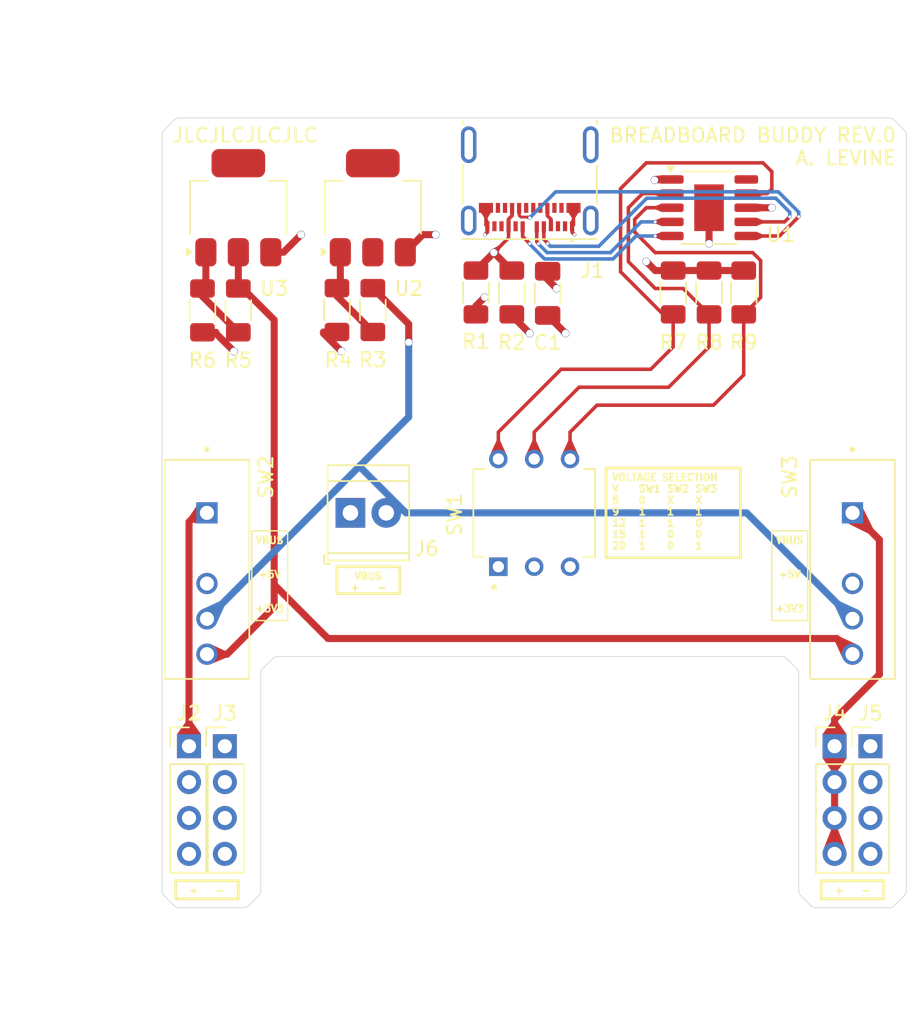
<source format=kicad_pcb>
(kicad_pcb (version 20240108) (generator "pcbnew") (generator_version "8.0")
  (title_block (title "USB-C PD POWER SUPPLY BREADBOARD") (rev "0") (company "AL"))
  (layers (0 "F.Cu" signal) (1 "In1.Cu" signal) (2 "In2.Cu" signal) (31 "B.Cu" signal) (34 "B.Paste" user) (35 "F.Paste" user) (36 "B.SilkS" user "B.Silkscreen") (37 "F.SilkS" user "F.Silkscreen") (38 "B.Mask" user) (39 "F.Mask" user) (44 "Edge.Cuts" user))
  (net 0 "")
  (net 1 "VDD")
  (net 2 "GND")
  (net 5 "VBUS")
  (net 6 "DM")
  (net 7 "DP")
  (net 13 "CC2")
  (net 17 "CC1")
  (net 22 "Net-(J2-Pin_1)")
  (net 23 "Net-(J4-Pin_1)")
  (net 24 "Net-(U1-VBUS)")
  (net 25 "Net-(U2-ADJ)")
  (net 26 "+5V")
  (net 27 "Net-(U3-ADJ)")
  (net 28 "+3V3")
  (net 29 "CFG1")
  (net 30 "CFG2")
  (net 31 "CFG3")
  (footprint "Resistor_SMD:R_1206_3216Metric_Pad1.30x1.75mm_HandSolder" (layer "F.Cu") (at 139.3825 75.845 90)
    (property "Reference" "R8" (at -3.53 0 0) (layer "F.SilkS"))
    (property "Value" "10kΩ")
    (fp_line (start -0.727064 -0.91) (end 0.727064 -0.91) (stroke (width 0.12)) (layer "F.SilkS"))
    (fp_line (start -0.727064 0.91) (end 0.727064 0.91) (stroke (width 0.12)) (layer "F.SilkS"))
    (pad "1" smd roundrect (at -1.55 0 90) (size 1.3 1.75) (layers "F.Cu" "F.Paste" "F.Mask") (roundrect_rratio 0.192308) (net 30 "CFG2"))
    (pad "2" smd roundrect (at 1.55 0 90) (size 1.3 1.75) (layers "F.Cu" "F.Paste" "F.Mask") (roundrect_rratio 0.192308) (net 1 "VDD"))
  )
  (footprint "Connector_USB:USB_C_Receptacle_Molex_105450-0101" (layer "F.Cu") (at 126.6825 67.945 180)
    (property "Reference" "J1" (at -4.445 -6.35 0) (layer "F.SilkS"))
    (property "Value" "USB_C_Receptacle")
    (fp_line (start 4.75 4.225) (end 4.75 4) (stroke (width 0.12)) (layer "F.SilkS"))
    (fp_line (start 4.75 1.125) (end 4.75 -1.6) (stroke (width 0.12)) (layer "F.SilkS"))
    (fp_line (start -3.125 -4.275) (end -2.9 -4.275) (stroke (width 0.12)) (layer "F.SilkS"))
    (fp_line (start -4.75 4.235) (end -4.75 4.025) (stroke (width 0.12)) (layer "F.SilkS"))
    (fp_line (start -4.75 -1.625) (end -4.75 1.075) (stroke (width 0.12)) (layer "F.SilkS"))
    (fp_line (start -4.75 -4.125) (end 4.75 -4.125) (stroke (width 0.12)) (layer "F.SilkS"))
    (pad "A1" smd rect (at -3 -3.215 180) (size 0.3 0.7) (layers "F.Cu" "F.Paste" "F.Mask") (net 2 "GND"))
    (pad "A2" smd rect (at -2.5 -3.215 180) (size 0.3 0.7) (layers "F.Cu" "F.Paste" "F.Mask"))
    (pad "A3" smd rect (at -2 -3.215 180) (size 0.3 0.7) (layers "F.Cu" "F.Paste" "F.Mask"))
    (pad "A4" smd rect (at -1.5 -3.215 180) (size 0.3 0.7) (layers "F.Cu" "F.Paste" "F.Mask") (net 5 "VBUS"))
    (pad "A5" smd rect (at -1 -3.215 180) (size 0.3 0.7) (layers "F.Cu" "F.Paste" "F.Mask") (net 17 "CC1"))
    (pad "A6" smd rect (at -0.5 -3.215 180) (size 0.3 0.7) (layers "F.Cu" "F.Paste" "F.Mask") (net 7 "DP"))
    (pad "A7" smd rect (at 0.5 -3.215 180) (size 0.3 0.7) (layers "F.Cu" "F.Paste" "F.Mask") (net 6 "DM"))
    (pad "A8" smd rect (at 1 -3.215 180) (size 0.3 0.7) (layers "F.Cu" "F.Paste" "F.Mask"))
    (pad "A9" smd rect (at 1.5 -3.215 180) (size 0.3 0.7) (layers "F.Cu" "F.Paste" "F.Mask") (net 5 "VBUS"))
    (pad "A10" smd rect (at 2 -3.215 180) (size 0.3 0.7) (layers "F.Cu" "F.Paste" "F.Mask"))
    (pad "A11" smd rect (at 2.5 -3.215 180) (size 0.3 0.7) (layers "F.Cu" "F.Paste" "F.Mask"))
    (pad "A12" smd rect (at 3 -3.215 180) (size 0.3 0.7) (layers "F.Cu" "F.Paste" "F.Mask") (net 2 "GND"))
    (pad "B1" smd rect (at 3.1 -1.915 180) (size 1 0.7) (layers "F.Cu" "F.Paste" "F.Mask") (net 2 "GND"))
    (pad "B2" smd rect (at 2.25 -1.915 180) (size 0.3 0.7) (layers "F.Cu" "F.Paste" "F.Mask"))
    (pad "B3" smd rect (at 1.75 -1.915 180) (size 0.3 0.7) (layers "F.Cu" "F.Paste" "F.Mask"))
    (pad "B4" smd rect (at 1.25 -1.915 180) (size 0.3 0.7) (layers "F.Cu" "F.Paste" "F.Mask") (net 5 "VBUS"))
    (pad "B5" smd rect (at 0.75 -1.915 180) (size 0.3 0.7) (layers "F.Cu" "F.Paste" "F.Mask") (net 13 "CC2"))
    (pad "B6" smd rect (at 0.25 -1.915 180) (size 0.3 0.7) (layers "F.Cu" "F.Paste" "F.Mask"))
    (pad "B7" smd rect (at -0.25 -1.915 180) (size 0.3 0.7) (layers "F.Cu" "F.Paste" "F.Mask"))
    (pad "B8" smd rect (at -0.75 -1.915 180) (size 0.3 0.7) (layers "F.Cu" "F.Paste" "F.Mask"))
    (pad "B9" smd rect (at -1.25 -1.915 180) (size 0.3 0.7) (layers "F.Cu" "F.Paste" "F.Mask") (net 5 "VBUS"))
    (pad "B10" smd rect (at -1.75 -1.915 180) (size 0.3 0.7) (layers "F.Cu" "F.Paste" "F.Mask"))
    (pad "B11" smd rect (at -2.25 -1.915 180) (size 0.3 0.7) (layers "F.Cu" "F.Paste" "F.Mask"))
    (pad "B12" smd rect (at -3.1 -1.915 180) (size 1 0.7) (layers "F.Cu" "F.Paste" "F.Mask") (net 2 "GND"))
    (pad "S1" thru_hole oval (at -4.32 -2.805 180) (size 1.1 2.1) (drill oval 0.6 1.6) (layers "*.Cu" "*.Mask"))
    (pad "S1" thru_hole oval (at -4.32 2.555 180) (size 1.1 2.6) (drill oval 0.6 2.1) (layers "*.Cu" "*.Mask"))
    (pad "S1" thru_hole oval (at 4.32 -2.805 180) (size 1.1 2.1) (drill oval 0.6 1.6) (layers "*.Cu" "*.Mask"))
    (pad "S1" thru_hole oval (at 4.32 2.555 180) (size 1.1 2.6) (drill oval 0.6 2.1) (layers "*.Cu" "*.Mask"))
  )
  (footprint "Resistor_SMD:R_1206_3216Metric_Pad1.30x1.75mm_HandSolder" (layer "F.Cu") (at 113.03 77.09 -90)
    (property "Reference" "R4" (at 3.53 -0.115 180) (layer "F.SilkS"))
    (property "Value" "820Ω")
    (fp_line (start -0.727064 0.91) (end 0.727064 0.91) (stroke (width 0.12)) (layer "F.SilkS"))
    (fp_line (start -0.727064 -0.91) (end 0.727064 -0.91) (stroke (width 0.12)) (layer "F.SilkS"))
    (pad "1" smd roundrect (at -1.55 0 270) (size 1.3 1.75) (layers "F.Cu" "F.Paste" "F.Mask") (roundrect_rratio 0.192308) (net 25 "Net-(U2-ADJ)"))
    (pad "2" smd roundrect (at 1.55 0 270) (size 1.3 1.75) (layers "F.Cu" "F.Paste" "F.Mask") (roundrect_rratio 0.192308) (net 2 "GND"))
  )
  (footprint "Resistor_SMD:R_1206_3216Metric_Pad1.30x1.75mm_HandSolder" (layer "F.Cu") (at 141.8375 75.845 90)
    (property "Reference" "R9" (at -3.53 0 0) (layer "F.SilkS"))
    (property "Value" "10kΩ")
    (fp_line (start -0.727064 -0.91) (end 0.727064 -0.91) (stroke (width 0.12)) (layer "F.SilkS"))
    (fp_line (start -0.727064 0.91) (end 0.727064 0.91) (stroke (width 0.12)) (layer "F.SilkS"))
    (pad "1" smd roundrect (at -1.55 0 90) (size 1.3 1.75) (layers "F.Cu" "F.Paste" "F.Mask") (roundrect_rratio 0.192308) (net 31 "CFG3"))
    (pad "2" smd roundrect (at 1.55 0 90) (size 1.3 1.75) (layers "F.Cu" "F.Paste" "F.Mask") (roundrect_rratio 0.192308) (net 1 "VDD"))
  )
  (footprint "Connector_PinHeader_2.54mm:PinHeader_1x04_P2.54mm_Vertical" (layer "F.Cu") (at 105.0925 107.95)
    (property "Reference" "J3" (at 0 -2.33 0) (layer "F.SilkS"))
    (property "Value" "Conn_01x04" (hide yes))
    (fp_line (start -1.33 -1.33) (end 0 -1.33) (stroke (width 0.12)) (layer "F.SilkS"))
    (fp_line (start -1.33 0) (end -1.33 -1.33) (stroke (width 0.12)) (layer "F.SilkS"))
    (fp_line (start -1.33 1.27) (end -1.33 8.95) (stroke (width 0.12)) (layer "F.SilkS"))
    (fp_line (start -1.33 1.27) (end 1.33 1.27) (stroke (width 0.12)) (layer "F.SilkS"))
    (fp_line (start -1.33 8.95) (end 1.33 8.95) (stroke (width 0.12)) (layer "F.SilkS"))
    (fp_line (start 1.33 1.27) (end 1.33 8.95) (stroke (width 0.12)) (layer "F.SilkS"))
    (pad "1" thru_hole rect (at 0 0) (size 1.7 1.7) (drill 1) (layers "*.Cu" "*.Mask") (net 2 "GND"))
    (pad "2" thru_hole oval (at 0 2.54) (size 1.7 1.7) (drill 1) (layers "*.Cu" "*.Mask") (net 2 "GND"))
    (pad "3" thru_hole oval (at 0 5.08) (size 1.7 1.7) (drill 1) (layers "*.Cu" "*.Mask") (net 2 "GND"))
    (pad "4" thru_hole oval (at 0 7.62) (size 1.7 1.7) (drill 1) (layers "*.Cu" "*.Mask") (net 2 "GND"))
  )
  (footprint "Resistor_SMD:R_1206_3216Metric_Pad1.30x1.75mm_HandSolder" (layer "F.Cu") (at 136.8425 75.845 90)
    (property "Reference" "R7" (at -3.53 0 0) (layer "F.SilkS"))
    (property "Value" "10kΩ")
    (fp_line (start -0.727064 -0.91) (end 0.727064 -0.91) (stroke (width 0.12)) (layer "F.SilkS"))
    (fp_line (start -0.727064 0.91) (end 0.727064 0.91) (stroke (width 0.12)) (layer "F.SilkS"))
    (pad "1" smd roundrect (at -1.55 0 90) (size 1.3 1.75) (layers "F.Cu" "F.Paste" "F.Mask") (roundrect_rratio 0.192308) (net 29 "CFG1"))
    (pad "2" smd roundrect (at 1.55 0 90) (size 1.3 1.75) (layers "F.Cu" "F.Paste" "F.Mask") (roundrect_rratio 0.192308) (net 1 "VDD"))
  )
  (footprint "Package_TO_SOT_SMD:SOT-223-3_TabPin2" (layer "F.Cu") (at 115.57 69.85 90)
    (property "Reference" "U2" (at -5.715 2.54 180) (layer "F.SilkS"))
    (property "Value" "LM317_SOT-223")
    (fp_line (start 1.91 -3.41) (end 1.91 -2.15) (stroke (width 0.12)) (layer "F.SilkS"))
    (fp_line (start -1.85 -3.41) (end 1.91 -3.41) (stroke (width 0.12)) (layer "F.SilkS"))
    (fp_line (start 1.91 3.41) (end 1.91 2.15) (stroke (width 0.12)) (layer "F.SilkS"))
    (fp_line (start -1.85 3.41) (end 1.91 3.41) (stroke (width 0.12)) (layer "F.SilkS"))
    (fp_poly (pts (xy -3.13 -3.31) (xy -3.37 -3.64) (xy -2.89 -3.64) (xy -3.13 -3.31)) (stroke (width 0.12)) (fill solid) (layer "F.SilkS"))
    (pad "1" smd roundrect (at -3.15 -2.3 90) (size 2 1.5) (layers "F.Cu" "F.Paste" "F.Mask") (net 25 "Net-(U2-ADJ)"))
    (pad "2" smd roundrect (at -3.15 0 90) (size 2 1.5) (layers "F.Cu" "F.Paste" "F.Mask") (net 26 "+5V"))
    (pad "2" smd roundrect (at 3.15 0 90) (size 2 3.8) (layers "F.Cu" "F.Paste" "F.Mask") (net 26 "+5V"))
    (pad "3" smd roundrect (at -3.15 2.3 90) (size 2 1.5) (layers "F.Cu" "F.Paste" "F.Mask") (net 5 "VBUS"))
  )
  (footprint "Connector_PinHeader_2.54mm:PinHeader_1x04_P2.54mm_Vertical" (layer "F.Cu") (at 150.8125 107.95)
    (property "Reference" "J5" (at 0 -2.33 0) (layer "F.SilkS"))
    (property "Value" "Conn_01x04" (hide yes))
    (fp_line (start -1.33 -1.33) (end 0 -1.33) (stroke (width 0.12)) (layer "F.SilkS"))
    (fp_line (start -1.33 0) (end -1.33 -1.33) (stroke (width 0.12)) (layer "F.SilkS"))
    (fp_line (start -1.33 1.27) (end -1.33 8.95) (stroke (width 0.12)) (layer "F.SilkS"))
    (fp_line (start -1.33 1.27) (end 1.33 1.27) (stroke (width 0.12)) (layer "F.SilkS"))
    (fp_line (start -1.33 8.95) (end 1.33 8.95) (stroke (width 0.12)) (layer "F.SilkS"))
    (fp_line (start 1.33 1.27) (end 1.33 8.95) (stroke (width 0.12)) (layer "F.SilkS"))
    (pad "1" thru_hole rect (at 0 0) (size 1.7 1.7) (drill 1) (layers "*.Cu" "*.Mask") (net 2 "GND"))
    (pad "2" thru_hole oval (at 0 2.54) (size 1.7 1.7) (drill 1) (layers "*.Cu" "*.Mask") (net 2 "GND"))
    (pad "3" thru_hole oval (at 0 5.08) (size 1.7 1.7) (drill 1) (layers "*.Cu" "*.Mask") (net 2 "GND"))
    (pad "4" thru_hole oval (at 0 7.62) (size 1.7 1.7) (drill 1) (layers "*.Cu" "*.Mask") (net 2 "GND"))
  )
  (footprint "Capacitor_SMD:C_1206_3216Metric_Pad1.33x1.80mm_HandSolder" (layer "F.Cu") (at 127.9525 75.9075 -90)
    (property "Reference" "C1" (at 3.4675 0 180) (layer "F.SilkS"))
    (property "Value" "1μF")
    (fp_line (start -0.711252 0.91) (end 0.711252 0.91) (stroke (width 0.12)) (layer "F.SilkS"))
    (fp_line (start -0.711252 -0.91) (end 0.711252 -0.91) (stroke (width 0.12)) (layer "F.SilkS"))
    (pad "1" smd roundrect (at -1.5625 0 270) (size 1.325 1.8) (layers "F.Cu" "F.Paste" "F.Mask") (roundrect_rratio 0.188679) (net 1 "VDD"))
    (pad "2" smd roundrect (at 1.5625 0 270) (size 1.325 1.8) (layers "F.Cu" "F.Paste" "F.Mask") (roundrect_rratio 0.188679) (net 2 "GND"))
  )
  (footprint "TerminalBlock_TE-Connectivity:TerminalBlock_TE_282834-2_1x02_P2.54mm_Horizontal" (layer "F.Cu") (at 113.9825 91.44)
    (property "Reference" "J6" (at 5.3975 2.54 0) (layer "F.SilkS"))
    (property "Value" "Screw_Terminal_01x02")
    (fp_line (start -1.86 2.97) (end -1.86 3.61) (stroke (width 0.12)) (layer "F.SilkS"))
    (fp_line (start -1.86 3.61) (end -1.46 3.61) (stroke (width 0.12)) (layer "F.SilkS"))
    (fp_line (start -1.62 -3.37) (end -1.62 3.37) (stroke (width 0.12)) (layer "F.SilkS"))
    (fp_line (start -1.62 -3.37) (end 4.16 -3.37) (stroke (width 0.12)) (layer "F.SilkS"))
    (fp_line (start -1.62 -2.25) (end 4.16 -2.25) (stroke (width 0.12)) (layer "F.SilkS"))
    (fp_line (start -1.62 2.85) (end 4.16 2.85) (stroke (width 0.12)) (layer "F.SilkS"))
    (fp_line (start -1.62 3.37) (end 4.16 3.37) (stroke (width 0.12)) (layer "F.SilkS"))
    (fp_line (start 4.16 -3.37) (end 4.16 3.37) (stroke (width 0.12)) (layer "F.SilkS"))
    (pad "1" thru_hole rect (at 0 0) (size 2.1 2.1) (drill 1.1) (layers "*.Cu" "*.Mask") (net 5 "VBUS"))
    (pad "2" thru_hole circle (at 2.54 0) (size 2.1 2.1) (drill 1.1) (layers "*.Cu" "*.Mask") (net 2 "GND"))
  )
  (footprint "Resistor_SMD:R_1206_3216Metric_Pad1.30x1.75mm_HandSolder" (layer "F.Cu") (at 106.045 77.115 -90)
    (property "Reference" "R5" (at 3.53 0 180) (layer "F.SilkS"))
    (property "Value" "330Ω")
    (fp_line (start -0.727064 0.91) (end 0.727064 0.91) (stroke (width 0.12)) (layer "F.SilkS"))
    (fp_line (start -0.727064 -0.91) (end 0.727064 -0.91) (stroke (width 0.12)) (layer "F.SilkS"))
    (pad "1" smd roundrect (at -1.55 0 270) (size 1.3 1.75) (layers "F.Cu" "F.Paste" "F.Mask") (roundrect_rratio 0.192308) (net 28 "+3V3"))
    (pad "2" smd roundrect (at 1.55 0 270) (size 1.3 1.75) (layers "F.Cu" "F.Paste" "F.Mask") (roundrect_rratio 0.192308) (net 27 "Net-(U3-ADJ)"))
  )
  (footprint "Connector_PinHeader_2.54mm:PinHeader_1x04_P2.54mm_Vertical" (layer "F.Cu") (at 102.5525 107.95)
    (property "Reference" "J2" (at 0 -2.33 0) (layer "F.SilkS"))
    (property "Value" "Conn_01x04" (hide yes))
    (fp_line (start -1.33 -1.33) (end 0 -1.33) (stroke (width 0.12)) (layer "F.SilkS"))
    (fp_line (start -1.33 0) (end -1.33 -1.33) (stroke (width 0.12)) (layer "F.SilkS"))
    (fp_line (start -1.33 1.27) (end -1.33 8.95) (stroke (width 0.12)) (layer "F.SilkS"))
    (fp_line (start -1.33 1.27) (end 1.33 1.27) (stroke (width 0.12)) (layer "F.SilkS"))
    (fp_line (start -1.33 8.95) (end 1.33 8.95) (stroke (width 0.12)) (layer "F.SilkS"))
    (fp_line (start 1.33 1.27) (end 1.33 8.95) (stroke (width 0.12)) (layer "F.SilkS"))
    (pad "1" thru_hole rect (at 0 0) (size 1.7 1.7) (drill 1) (layers "*.Cu" "*.Mask") (net 22 "Net-(J2-Pin_1)"))
    (pad "2" thru_hole oval (at 0 2.54) (size 1.7 1.7) (drill 1) (layers "*.Cu" "*.Mask") (net 22 "Net-(J2-Pin_1)"))
    (pad "3" thru_hole oval (at 0 5.08) (size 1.7 1.7) (drill 1) (layers "*.Cu" "*.Mask") (net 22 "Net-(J2-Pin_1)"))
    (pad "4" thru_hole oval (at 0 7.62) (size 1.7 1.7) (drill 1) (layers "*.Cu" "*.Mask") (net 22 "Net-(J2-Pin_1)"))
  )
  (footprint "Resistor_SMD:R_1206_3216Metric_Pad1.30x1.75mm_HandSolder" (layer "F.Cu") (at 103.505 77.115 -90)
    (property "Reference" "R6" (at 3.53 0 180) (layer "F.SilkS"))
    (property "Value" "560Ω")
    (fp_line (start -0.727064 0.91) (end 0.727064 0.91) (stroke (width 0.12)) (layer "F.SilkS"))
    (fp_line (start -0.727064 -0.91) (end 0.727064 -0.91) (stroke (width 0.12)) (layer "F.SilkS"))
    (pad "1" smd roundrect (at -1.55 0 270) (size 1.3 1.75) (layers "F.Cu" "F.Paste" "F.Mask") (roundrect_rratio 0.192308) (net 27 "Net-(U3-ADJ)"))
    (pad "2" smd roundrect (at 1.55 0 270) (size 1.3 1.75) (layers "F.Cu" "F.Paste" "F.Mask") (roundrect_rratio 0.192308) (net 2 "GND"))
  )
  (footprint "Library:SW_OS103012MU2QP1" (layer "F.Cu") (at 103.8225 96.44 -90)
    (property "Reference" "SW2" (at -7.54 -4.175 90) (layer "F.SilkS"))
    (property "Value" "OS103012MU2QP1")
    (fp_line (start -8.75 3) (end -8.75 -3) (stroke (width 0.127)) (layer "F.SilkS"))
    (fp_line (start 6.75 3) (end -8.75 3) (stroke (width 0.127)) (layer "F.SilkS"))
    (fp_line (start -8.75 -3) (end 6.75 -3) (stroke (width 0.127)) (layer "F.SilkS"))
    (fp_line (start 6.75 -3) (end 6.75 3) (stroke (width 0.127)) (layer "F.SilkS"))
    (fp_circle (center -9.5 0) (end -9.4 0) (stroke (width 0.2)) (fill none) (layer "F.SilkS"))
    (pad "1" thru_hole rect (at -5 0 270) (size 1.508 1.508) (drill 1) (layers "*.Cu" "*.Mask") (net 22 "Net-(J2-Pin_1)"))
    (pad "2" thru_hole circle (at 0 0 270) (size 1.508 1.508) (drill 1) (layers "*.Cu" "*.Mask") (net 5 "VBUS"))
    (pad "3" thru_hole circle (at 2.5 0 270) (size 1.508 1.508) (drill 1) (layers "*.Cu" "*.Mask") (net 26 "+5V"))
    (pad "4" thru_hole circle (at 5 0 270) (size 1.508 1.508) (drill 1) (layers "*.Cu" "*.Mask") (net 28 "+3V3"))
  )
  (footprint "Package_SO:SSOP-10-1EP_3.9x4.9mm_P1mm_EP2.1x3.3mm" (layer "F.Cu") (at 139.3825 69.85)
    (property "Reference" "U1" (at 5.08 1.905 0) (layer "F.SilkS"))
    (property "Value" "CH224K")
    (fp_line (start 0 -2.56) (end -1.95 -2.56) (stroke (width 0.12)) (layer "F.SilkS"))
    (fp_line (start 0 -2.56) (end 1.95 -2.56) (stroke (width 0.12)) (layer "F.SilkS"))
    (fp_line (start 0 2.56) (end -1.95 2.56) (stroke (width 0.12)) (layer "F.SilkS"))
    (fp_line (start 0 2.56) (end 1.95 2.56) (stroke (width 0.12)) (layer "F.SilkS"))
    (fp_poly (pts (xy -2.7125 -2.56) (xy -2.9525 -2.89) (xy -2.4725 -2.89) (xy -2.7125 -2.56)) (stroke (width 0.12)) (fill solid) (layer "F.SilkS"))
    (pad "1" smd roundrect (at -2.6375 -2) (size 1.675 0.6) (layers "F.Cu" "F.Paste" "F.Mask") (net 1 "VDD"))
    (pad "2" smd roundrect (at -2.6375 -1) (size 1.675 0.6) (layers "F.Cu" "F.Paste" "F.Mask") (net 30 "CFG2"))
    (pad "3" smd roundrect (at -2.6375 0) (size 1.675 0.6) (layers "F.Cu" "F.Paste" "F.Mask") (net 31 "CFG3"))
    (pad "4" smd roundrect (at -2.6375 1) (size 1.675 0.6) (layers "F.Cu" "F.Paste" "F.Mask") (net 7 "DP"))
    (pad "5" smd roundrect (at -2.6375 2) (size 1.675 0.6) (layers "F.Cu" "F.Paste" "F.Mask") (net 6 "DM"))
    (pad "6" smd roundrect (at 2.6375 2) (size 1.675 0.6) (layers "F.Cu" "F.Paste" "F.Mask") (net 13 "CC2"))
    (pad "7" smd roundrect (at 2.6375 1) (size 1.675 0.6) (layers "F.Cu" "F.Paste" "F.Mask") (net 17 "CC1"))
    (pad "8" smd roundrect (at 2.6375 0) (size 1.675 0.6) (layers "F.Cu" "F.Paste" "F.Mask") (net 24 "Net-(U1-VBUS)"))
    (pad "9" smd roundrect (at 2.6375 -1) (size 1.675 0.6) (layers "F.Cu" "F.Paste" "F.Mask") (net 29 "CFG1"))
    (pad "10" smd roundrect (at 2.6375 -2) (size 1.675 0.6) (layers "F.Cu" "F.Paste" "F.Mask"))
    (pad "11" smd rect (at 0 0) (size 2.1 3.3) (property pad_prop_heatsink) (layers "F.Cu" "F.Mask") (net 2 "GND"))
  )
  (footprint "Connector_PinHeader_2.54mm:PinHeader_1x04_P2.54mm_Vertical" (layer "F.Cu") (at 148.2725 107.95)
    (property "Reference" "J4" (at 0 -2.33 0) (layer "F.SilkS"))
    (property "Value" "Conn_01x04" (hide yes))
    (fp_line (start -1.33 -1.33) (end 0 -1.33) (stroke (width 0.12)) (layer "F.SilkS"))
    (fp_line (start -1.33 0) (end -1.33 -1.33) (stroke (width 0.12)) (layer "F.SilkS"))
    (fp_line (start -1.33 1.27) (end -1.33 8.95) (stroke (width 0.12)) (layer "F.SilkS"))
    (fp_line (start -1.33 1.27) (end 1.33 1.27) (stroke (width 0.12)) (layer "F.SilkS"))
    (fp_line (start -1.33 8.95) (end 1.33 8.95) (stroke (width 0.12)) (layer "F.SilkS"))
    (fp_line (start 1.33 1.27) (end 1.33 8.95) (stroke (width 0.12)) (layer "F.SilkS"))
    (pad "1" thru_hole rect (at 0 0) (size 1.7 1.7) (drill 1) (layers "*.Cu" "*.Mask") (net 23 "Net-(J4-Pin_1)"))
    (pad "2" thru_hole oval (at 0 2.54) (size 1.7 1.7) (drill 1) (layers "*.Cu" "*.Mask") (net 23 "Net-(J4-Pin_1)"))
    (pad "3" thru_hole oval (at 0 5.08) (size 1.7 1.7) (drill 1) (layers "*.Cu" "*.Mask") (net 23 "Net-(J4-Pin_1)"))
    (pad "4" thru_hole oval (at 0 7.62) (size 1.7 1.7) (drill 1) (layers "*.Cu" "*.Mask") (net 23 "Net-(J4-Pin_1)"))
  )
  (footprint "Library:SW_DS04-254-1L-03BK" (layer "F.Cu") (at 127 91.44 90)
    (property "Reference" "SW1" (at -0.125 -5.635 90) (layer "F.SilkS"))
    (property "Value" "SW_DIP_x03")
    (fp_line (start 3.1 -4.31) (end -3.1 -4.31) (stroke (width 0.127)) (layer "F.SilkS"))
    (fp_line (start -3.1 -4.31) (end -3.1 -3.52) (stroke (width 0.127)) (layer "F.SilkS"))
    (fp_line (start 3.1 -3.52) (end 3.1 -4.31) (stroke (width 0.127)) (layer "F.SilkS"))
    (fp_line (start -3.1 3.52) (end -3.1 4.31) (stroke (width 0.127)) (layer "F.SilkS"))
    (fp_line (start 3.1 4.31) (end 3.1 3.52) (stroke (width 0.127)) (layer "F.SilkS"))
    (fp_line (start -3.1 4.31) (end 3.1 4.31) (stroke (width 0.127)) (layer "F.SilkS"))
    (fp_circle (center -5.25 -2.85) (end -5.15 -2.85) (stroke (width 0.2)) (fill none) (layer "F.SilkS"))
    (pad "1" thru_hole rect (at -3.81 -2.54 90) (size 1.308 1.308) (drill 0.8) (layers "*.Cu" "*.Mask") (net 2 "GND"))
    (pad "2" thru_hole circle (at -3.81 0 90) (size 1.308 1.308) (drill 0.8) (layers "*.Cu" "*.Mask") (net 2 "GND"))
    (pad "3" thru_hole circle (at -3.81 2.54 90) (size 1.308 1.308) (drill 0.8) (layers "*.Cu" "*.Mask") (net 2 "GND"))
    (pad "4" thru_hole circle (at 3.81 2.54 90) (size 1.308 1.308) (drill 0.8) (layers "*.Cu" "*.Mask") (net 31 "CFG3"))
    (pad "5" thru_hole circle (at 3.81 0 90) (size 1.308 1.308) (drill 0.8) (layers "*.Cu" "*.Mask") (net 30 "CFG2"))
    (pad "6" thru_hole circle (at 3.81 -2.54 90) (size 1.308 1.308) (drill 0.8) (layers "*.Cu" "*.Mask") (net 29 "CFG1"))
  )
  (footprint "Resistor_SMD:R_1206_3216Metric_Pad1.30x1.75mm_HandSolder" (layer "F.Cu") (at 115.57 77.09 -90)
    (property "Reference" "R3" (at 3.53 0 180) (layer "F.SilkS"))
    (property "Value" "270Ω")
    (fp_line (start -0.727064 0.91) (end 0.727064 0.91) (stroke (width 0.12)) (layer "F.SilkS"))
    (fp_line (start -0.727064 -0.91) (end 0.727064 -0.91) (stroke (width 0.12)) (layer "F.SilkS"))
    (pad "1" smd roundrect (at -1.55 0 270) (size 1.3 1.75) (layers "F.Cu" "F.Paste" "F.Mask") (roundrect_rratio 0.192308) (net 26 "+5V"))
    (pad "2" smd roundrect (at 1.55 0 270) (size 1.3 1.75) (layers "F.Cu" "F.Paste" "F.Mask") (roundrect_rratio 0.192308) (net 25 "Net-(U2-ADJ)"))
  )
  (footprint "Resistor_SMD:R_1206_3216Metric_Pad1.30x1.75mm_HandSolder" (layer "F.Cu") (at 122.8725 75.845 -90)
    (property "Reference" "R1" (at 3.455 0 180) (layer "F.SilkS"))
    (property "Value" "1kΩ")
    (fp_line (start -0.727064 0.91) (end 0.727064 0.91) (stroke (width 0.12)) (layer "F.SilkS"))
    (fp_line (start -0.727064 -0.91) (end 0.727064 -0.91) (stroke (width 0.12)) (layer "F.SilkS"))
    (pad "1" smd roundrect (at -1.55 0 270) (size 1.3 1.75) (layers "F.Cu" "F.Paste" "F.Mask") (roundrect_rratio 0.192308) (net 5 "VBUS"))
    (pad "2" smd roundrect (at 1.55 0 270) (size 1.3 1.75) (layers "F.Cu" "F.Paste" "F.Mask") (roundrect_rratio 0.192308) (net 1 "VDD"))
  )
  (footprint "Package_TO_SOT_SMD:SOT-223-3_TabPin2" (layer "F.Cu") (at 106.045 69.85 90)
    (property "Reference" "U3" (at -5.715 2.54 180) (layer "F.SilkS"))
    (property "Value" "LM317_SOT-223")
    (fp_line (start 1.91 -3.41) (end 1.91 -2.15) (stroke (width 0.12)) (layer "F.SilkS"))
    (fp_line (start -1.85 -3.41) (end 1.91 -3.41) (stroke (width 0.12)) (layer "F.SilkS"))
    (fp_line (start 1.91 3.41) (end 1.91 2.15) (stroke (width 0.12)) (layer "F.SilkS"))
    (fp_line (start -1.85 3.41) (end 1.91 3.41) (stroke (width 0.12)) (layer "F.SilkS"))
    (fp_poly (pts (xy -3.13 -3.31) (xy -3.37 -3.64) (xy -2.89 -3.64) (xy -3.13 -3.31)) (stroke (width 0.12)) (fill solid) (layer "F.SilkS"))
    (pad "1" smd roundrect (at -3.15 -2.3 90) (size 2 1.5) (layers "F.Cu" "F.Paste" "F.Mask") (net 27 "Net-(U3-ADJ)"))
    (pad "2" smd roundrect (at -3.15 0 90) (size 2 1.5) (layers "F.Cu" "F.Paste" "F.Mask") (net 28 "+3V3"))
    (pad "2" smd roundrect (at 3.15 0 90) (size 2 3.8) (layers "F.Cu" "F.Paste" "F.Mask") (net 28 "+3V3"))
    (pad "3" smd roundrect (at -3.15 2.3 90) (size 2 1.5) (layers "F.Cu" "F.Paste" "F.Mask") (net 5 "VBUS"))
  )
  (footprint "Resistor_SMD:R_1206_3216Metric_Pad1.30x1.75mm_HandSolder" (layer "F.Cu") (at 125.4125 75.845 90)
    (property "Reference" "R2" (at -3.53 0 0) (layer "F.SilkS"))
    (property "Value" "10kΩ")
    (fp_line (start -0.727064 -0.91) (end 0.727064 -0.91) (stroke (width 0.12)) (layer "F.SilkS"))
    (fp_line (start -0.727064 0.91) (end 0.727064 0.91) (stroke (width 0.12)) (layer "F.SilkS"))
    (pad "1" smd roundrect (at -1.55 0 90) (size 1.3 1.75) (layers "F.Cu" "F.Paste" "F.Mask") (roundrect_rratio 0.192308) (net 24 "Net-(U1-VBUS)"))
    (pad "2" smd roundrect (at 1.55 0 90) (size 1.3 1.75) (layers "F.Cu" "F.Paste" "F.Mask") (roundrect_rratio 0.192308) (net 5 "VBUS"))
  )
  (footprint "Library:SW_OS103012MU2QP1" (layer "F.Cu") (at 149.5425 96.44 -90)
    (property "Reference" "SW3" (at -7.54 4.445 90) (layer "F.SilkS"))
    (property "Value" "OS103012MU2QP1")
    (fp_line (start -8.75 3) (end -8.75 -3) (stroke (width 0.127)) (layer "F.SilkS"))
    (fp_line (start 6.75 3) (end -8.75 3) (stroke (width 0.127)) (layer "F.SilkS"))
    (fp_line (start -8.75 -3) (end 6.75 -3) (stroke (width 0.127)) (layer "F.SilkS"))
    (fp_line (start 6.75 -3) (end 6.75 3) (stroke (width 0.127)) (layer "F.SilkS"))
    (fp_circle (center -9.5 0) (end -9.4 0) (stroke (width 0.2)) (fill none) (layer "F.SilkS"))
    (pad "1" thru_hole rect (at -5 0 270) (size 1.508 1.508) (drill 1) (layers "*.Cu" "*.Mask") (net 23 "Net-(J4-Pin_1)"))
    (pad "2" thru_hole circle (at 0 0 270) (size 1.508 1.508) (drill 1) (layers "*.Cu" "*.Mask") (net 5 "VBUS"))
    (pad "3" thru_hole circle (at 2.5 0 270) (size 1.508 1.508) (drill 1) (layers "*.Cu" "*.Mask") (net 26 "+5V"))
    (pad "4" thru_hole circle (at 5 0 270) (size 1.508 1.508) (drill 1) (layers "*.Cu" "*.Mask") (net 28 "+3V3"))
  )
  (gr_arc (start 144.525393 101.6) (mid 144.716737 101.638058) (end 144.878947 101.746447) (stroke (width 0.05)) (layer "Edge.Cuts"))
  (gr_line (start 153.3525 64.707107) (end 153.3525 118.172893) (stroke (width 0.05)) (layer "Edge.Cuts"))
  (gr_line (start 100.793947 118.526447) (end 101.501054 119.233554) (stroke (width 0.05)) (layer "Edge.Cuts"))
  (gr_arc (start 101.854607 119.38) (mid 101.663264 119.341942) (end 101.501054 119.233554) (stroke (width 0.05)) (layer "Edge.Cuts"))
  (gr_arc (start 106.778946 119.233554) (mid 106.616734 119.341938) (end 106.425393 119.38) (stroke (width 0.05)) (layer "Edge.Cuts"))
  (gr_arc (start 152.498946 119.233554) (mid 152.336734 119.341938) (end 152.145393 119.38) (stroke (width 0.05)) (layer "Edge.Cuts"))
  (gr_arc (start 108.486053 101.746447) (mid 108.648265 101.638063) (end 108.839607 101.6) (stroke (width 0.05)) (layer "Edge.Cuts"))
  (gr_arc (start 146.939607 119.38) (mid 146.748264 119.341942) (end 146.586054 119.233554) (stroke (width 0.05)) (layer "Edge.Cuts"))
  (gr_line (start 100.793947 64.353553) (end 101.501054 63.646446) (stroke (width 0.05)) (layer "Edge.Cuts"))
  (gr_line (start 108.486053 101.746447) (end 107.778946 102.453554) (stroke (width 0.05)) (layer "Edge.Cuts"))
  (gr_arc (start 100.6475 64.707107) (mid 100.685558 64.515763) (end 100.793947 64.353553) (stroke (width 0.05)) (layer "Edge.Cuts"))
  (gr_line (start 108.839607 101.6) (end 144.525393 101.6) (stroke (width 0.05)) (layer "Edge.Cuts"))
  (gr_line (start 101.854607 119.38) (end 106.425393 119.38) (stroke (width 0.05)) (layer "Edge.Cuts"))
  (gr_arc (start 153.3525 118.172893) (mid 153.314442 118.364237) (end 153.206053 118.526447) (stroke (width 0.05)) (layer "Edge.Cuts"))
  (gr_line (start 145.7325 102.807107) (end 145.7325 118.172893) (stroke (width 0.05)) (layer "Edge.Cuts"))
  (gr_arc (start 153.206054 64.353554) (mid 153.314438 64.515766) (end 153.3525 64.707107) (stroke (width 0.05)) (layer "Edge.Cuts"))
  (gr_line (start 153.206053 118.526447) (end 152.498946 119.233554) (stroke (width 0.05)) (layer "Edge.Cuts"))
  (gr_arc (start 145.586054 102.453554) (mid 145.694438 102.615766) (end 145.7325 102.807107) (stroke (width 0.05)) (layer "Edge.Cuts"))
  (gr_line (start 146.939607 119.38) (end 152.145393 119.38) (stroke (width 0.05)) (layer "Edge.Cuts"))
  (gr_line (start 152.498947 63.646447) (end 153.206054 64.353554) (stroke (width 0.05)) (layer "Edge.Cuts"))
  (gr_arc (start 145.878947 118.526447) (mid 145.770563 118.364235) (end 145.7325 118.172893) (stroke (width 0.05)) (layer "Edge.Cuts"))
  (gr_line (start 107.6325 102.807107) (end 107.6325 118.172893) (stroke (width 0.05)) (layer "Edge.Cuts"))
  (gr_arc (start 152.145393 63.5) (mid 152.336737 63.538058) (end 152.498947 63.646447) (stroke (width 0.05)) (layer "Edge.Cuts"))
  (gr_arc (start 107.6325 118.172893) (mid 107.594442 118.364237) (end 107.486053 118.526447) (stroke (width 0.05)) (layer "Edge.Cuts"))
  (gr_arc (start 107.6325 102.807107) (mid 107.670558 102.615764) (end 107.778946 102.453554) (stroke (width 0.05)) (layer "Edge.Cuts"))
  (gr_arc (start 100.793947 118.526447) (mid 100.685563 118.364235) (end 100.6475 118.172893) (stroke (width 0.05)) (layer "Edge.Cuts"))
  (gr_line (start 101.854607 63.5) (end 152.145393 63.5) (stroke (width 0.05)) (layer "Edge.Cuts"))
  (gr_arc (start 101.501054 63.646446) (mid 101.663266 63.538062) (end 101.854607 63.5) (stroke (width 0.05)) (layer "Edge.Cuts"))
  (gr_line (start 144.878947 101.746447) (end 145.586054 102.453554) (stroke (width 0.05)) (layer "Edge.Cuts"))
  (gr_line (start 100.6475 64.707107) (end 100.6475 118.172893) (stroke (width 0.05)) (layer "Edge.Cuts"))
  (gr_line (start 145.878947 118.526447) (end 146.586054 119.233554) (stroke (width 0.05)) (layer "Edge.Cuts"))
  (gr_line (start 107.486053 118.526447) (end 106.778946 119.233554) (stroke (width 0.05)) (layer "Edge.Cuts"))
  (gr_text "JLCJLCJLCJLC" (at 101.2825 64.135 0) (layer "F.SilkS") (effects (font (size 1 1)) (justify left top)))
  (gr_text "BREADBOARD BUDDY REV.0\nA. LEVINE" (at 152.7175 64.135 0) (layer "F.SilkS") (effects (font (size 1 1)) (justify right top)))
  (gr_text_box "+	-" (start 101.6 117.475) (end 106.045 118.745) (layer "F.SilkS") (effects (font (size 0.5 0.5) (thickness 0.125) (bold yes)) (justify top)) (border yes) (stroke (width 0.2)))
  (gr_text_box "+	-" (start 147.32 117.475) (end 151.765 118.745) (layer "F.SilkS") (effects (font (size 0.5 0.5) (thickness 0.125) (bold yes)) (justify top)) (border yes) (stroke (width 0.2)))
  (gr_text_box "VBUS\n+	-" (start 113.03 95.25) (end 117.475 97.155) (layer "F.SilkS") (effects (font (size 0.5 0.5) (thickness 0.125) (bold yes)) (justify top)) (border yes) (stroke (width 0.2)))
  (gr_text_box "VOLTAGE SELECTION\nV	SW1	SW2	SW3\n5	0	X	X\n9	1	1	1\n12	1	1	0\n15	1	0	0\n20	1	0	1" (start 132.08 88.265) (end 141.605 94.615) (layer "F.SilkS") (effects (font (size 0.5 0.5) (thickness 0.125)) (justify left top)) (border yes) (stroke (width 0.2)))
  (gr_text_box "VBUS\n\n\n+5V\n\n\n+3V3" (start 106.9975 92.71) (end 109.5375 99.06) (layer "F.SilkS") (effects (font (size 0.5 0.5) (thickness 0.125)) (justify top)) (border yes) (stroke (width 0.1)))
  (gr_text_box "VBUS\n\n\n+5V\n\n\n+3V3" (start 143.8275 92.71) (end 146.3675 99.06) (layer "F.SilkS") (effects (font (size 0.5 0.5) (thickness 0.125)) (justify top)) (border yes) (stroke (width 0.1)))
  (segment (start 127.9525 74.93) (end 128.5875 75.565) (width 0.5) (layer "F.Cu") (net 1))
  (segment (start 135.5725 74.295) (end 136.8425 74.295) (width 0.5) (layer "F.Cu") (net 1))
  (segment (start 136.8425 74.295) (end 140.0075 74.295) (width 0.5) (layer "F.Cu") (net 1))
  (segment (start 134.9375 73.66) (end 135.5725 74.295) (width 0.5) (layer "F.Cu") (net 1))
  (segment (start 139.3825 74.295) (end 141.8375 74.295) (width 0.5) (layer "F.Cu") (net 1))
  (segment (start 122.8725 77.395) (end 122.8725 76.7975) (width 0.5) (layer "F.Cu") (net 1))
  (segment (start 127.9525 74.345) (end 127.9525 74.93) (width 0.5) (layer "F.Cu") (net 1))
  (segment (start 122.8725 76.7975) (end 123.48875 76.18125) (width 0.5) (layer "F.Cu") (net 1))
  (segment (start 135.5725 67.85) (end 136.745 67.85) (width 0.5) (layer "F.Cu") (net 1))
  (segment (start 135.525 67.8975) (end 135.5725 67.85) (width 0.5) (layer "F.Cu") (net 1))
  (via (at 123.48875 76.18125) (size 0.55) (drill 0.5) (layers "F.Cu" "B.Cu") (net 1))
  (via (at 134.9375 73.66) (size 0.55) (drill 0.5) (layers "F.Cu" "B.Cu") (net 1))
  (via (at 135.525 67.8975) (size 0.55) (drill 0.5) (layers "F.Cu" "B.Cu") (net 1))
  (via (at 128.5875 75.565) (size 0.55) (drill 0.5) (layers "F.Cu" "B.Cu") (net 1))
  (segment (start 104.4575 78.665) (end 104.4575 78.74) (width 0.5) (layer "F.Cu") (net 2))
  (segment (start 129.6825 71.16) (end 129.6825 71.58) (width 0.25) (layer "F.Cu") (net 2))
  (segment (start 123.5825 71.06) (end 123.6825 71.16) (width 0.25) (layer "F.Cu") (net 2))
  (segment (start 139.3825 69.85) (end 139.3825 72.39) (width 0.5) (layer "F.Cu") (net 2))
  (segment (start 123.6825 71.58) (end 123.6825 71.16) (width 0.25) (layer "F.Cu") (net 2))
  (segment (start 123.5825 69.86) (end 123.5825 71.06) (width 0.25) (layer "F.Cu") (net 2))
  (segment (start 123.5075 71.755) (end 123.6825 71.58) (width 0.25) (layer "F.Cu") (net 2))
  (segment (start 127.9525 77.47) (end 129.2225 78.74) (width 0.5) (layer "F.Cu") (net 2))
  (segment (start 112.0775 78.64) (end 112.0775 78.74) (width 0.5) (layer "F.Cu") (net 2))
  (segment (start 129.6825 71.58) (end 129.8575 71.755) (width 0.25) (layer "F.Cu") (net 2))
  (segment (start 112.0775 78.74) (end 113.3475 80.01) (width 0.5) (layer "F.Cu") (net 2))
  (segment (start 104.4575 78.74) (end 105.7275 80.01) (width 0.5) (layer "F.Cu") (net 2))
  (segment (start 129.7825 71.06) (end 129.6825 71.16) (width 0.25) (layer "F.Cu") (net 2))
  (segment (start 129.7825 69.86) (end 129.7825 71.06) (width 0.25) (layer "F.Cu") (net 2))
  (via (at 113.3475 80.01) (size 0.55) (drill 0.5) (layers "F.Cu" "B.Cu") (net 2))
  (via (at 123.5075 71.755) (size 0.25) (drill 0.2) (layers "F.Cu" "B.Cu") (net 2))
  (via (at 139.3825 72.39) (size 0.55) (drill 0.5) (layers "F.Cu" "B.Cu") (net 2))
  (via (at 105.7275 80.01) (size 0.55) (drill 0.5) (layers "F.Cu" "B.Cu") (net 2))
  (via (at 129.2225 78.74) (size 0.55) (drill 0.5) (layers "F.Cu" "B.Cu") (net 2))
  (via (at 129.8575 71.755) (size 0.25) (drill 0.2) (layers "F.Cu" "B.Cu") (net 2))
  (segment (start 128.1825 70.66) (end 128.1825 71.16) (width 0.25) (layer "F.Cu") (net 5))
  (segment (start 122.8725 74.295) (end 124.1425 73.025) (width 0.5) (layer "F.Cu") (net 5))
  (segment (start 125.1825 71.16) (end 125.1825 71.985) (width 0.25) (layer "F.Cu") (net 5))
  (segment (start 125.4325 69.86) (end 125.4325 70.41) (width 0.25) (layer "F.Cu") (net 5))
  (segment (start 109.245 73) (end 108.345 73) (width 0.5) (layer "F.Cu") (net 5))
  (segment (start 127.9325 70.41) (end 128.1825 70.66) (width 0.25) (layer "F.Cu") (net 5))
  (segment (start 125.1825 70.66) (end 125.1825 71.16) (width 0.25) (layer "F.Cu") (net 5))
  (segment (start 127.9325 69.86) (end 127.9325 70.41) (width 0.25) (layer "F.Cu") (net 5))
  (segment (start 110.49 71.755) (end 109.245 73) (width 0.5) (layer "F.Cu") (net 5))
  (segment (start 119.115 71.755) (end 117.87 73) (width 0.5) (layer "F.Cu") (net 5))
  (segment (start 125.4125 74.295) (end 124.1425 73.025) (width 0.5) (layer "F.Cu") (net 5))
  (segment (start 125.1825 71.985) (end 124.1425 73.025) (width 0.25) (layer "F.Cu") (net 5))
  (segment (start 120.015 71.755) (end 119.115 71.755) (width 0.5) (layer "F.Cu") (net 5))
  (segment (start 125.4325 70.41) (end 125.1825 70.66) (width 0.25) (layer "F.Cu") (net 5))
  (via (at 124.1425 73.025) (size 0.55) (drill 0.5) (layers "F.Cu" "B.Cu") (net 5))
  (via (at 110.49 71.755) (size 0.55) (drill 0.5) (layers "F.Cu" "B.Cu") (net 5))
  (via (at 120.015 71.755) (size 0.55) (drill 0.5) (layers "F.Cu" "B.Cu") (net 5))
  (segment (start 126.1825 71.89) (end 126.6825 72.39) (width 0.25) (layer "F.Cu") (net 6))
  (segment (start 126.1825 71.16) (end 126.1825 71.89) (width 0.25) (layer "F.Cu") (net 6))
  (segment (start 136.745 71.85) (end 135.5725 71.85) (width 0.25) (layer "F.Cu") (net 6))
  (via (at 135.5725 71.85) (size 0.25) (drill 0.2) (layers "F.Cu" "B.Cu") (net 6))
  (via (at 126.6825 72.39) (size 0.25) (drill 0.2) (layers "F.Cu" "B.Cu") (net 6))
  (segment (start 132.583896 73.475) (end 127.729352 73.475) (width 0.25) (layer "B.Cu") (net 6))
  (segment (start 134.208896 71.85) (end 132.583896 73.475) (width 0.25) (layer "B.Cu") (net 6))
  (segment (start 126.6825 72.428148) (end 126.6825 72.39) (width 0.25) (layer "B.Cu") (net 6))
  (segment (start 135.5725 71.85) (end 134.208896 71.85) (width 0.25) (layer "B.Cu") (net 6))
  (segment (start 127.729352 73.475) (end 126.6825 72.428148) (width 0.25) (layer "B.Cu") (net 6))
  (segment (start 127.1825 71.16) (end 127.1825 72.255) (width 0.25) (layer "F.Cu") (net 7))
  (segment (start 136.745 70.85) (end 135.5725 70.85) (width 0.25) (layer "F.Cu") (net 7))
  (segment (start 127.1825 72.255) (end 127.3175 72.39) (width 0.25) (layer "F.Cu") (net 7))
  (via (at 127.3175 72.39) (size 0.25) (drill 0.2) (layers "F.Cu" "B.Cu") (net 7))
  (via (at 135.5725 70.85) (size 0.25) (drill 0.2) (layers "F.Cu" "B.Cu") (net 7))
  (segment (start 132.3975 73.025) (end 127.915748 73.025) (width 0.25) (layer "B.Cu") (net 7))
  (segment (start 135.5725 70.85) (end 134.5725 70.85) (width 0.25) (layer "B.Cu") (net 7))
  (segment (start 134.5725 70.85) (end 132.3975 73.025) (width 0.25) (layer "B.Cu") (net 7))
  (segment (start 127.3175 72.426752) (end 127.3175 72.39) (width 0.25) (layer "B.Cu") (net 7))
  (segment (start 127.915748 73.025) (end 127.3175 72.426752) (width 0.25) (layer "B.Cu") (net 7))
  (segment (start 126.6325 70.51) (end 126.6325 70.56) (width 0.2) (layer "F.Cu") (net 13))
  (segment (start 125.9325 69.86) (end 125.9325 70.395) (width 0.2) (layer "F.Cu") (net 13))
  (segment (start 125.9325 70.395) (end 126.0475 70.51) (width 0.2) (layer "F.Cu") (net 13))
  (segment (start 126.6825 70.56) (end 126.6825 70.5612) (width 0.2) (layer "F.Cu") (net 13))
  (segment (start 144.368896 71.85) (end 142.02 71.85) (width 0.25) (layer "F.Cu") (net 13))
  (segment (start 145.7325 70.485) (end 145.7325 70.486396) (width 0.25) (layer "F.Cu") (net 13))
  (segment (start 145.7325 70.486396) (end 144.368896 71.85) (width 0.25) (layer "F.Cu") (net 13))
  (segment (start 126.0475 70.51) (end 126.6325 70.51) (width 0.2) (layer "F.Cu") (net 13))
  (segment (start 126.6325 70.56) (end 126.6825 70.56) (width 0.2) (layer "F.Cu") (net 13))
  (via (at 145.7325 70.485) (size 0.25) (drill 0.2) (layers "F.Cu" "B.Cu") (net 13))
  (via (at 126.6825 70.5612) (size 0.25) (drill 0.2) (layers "F.Cu" "B.Cu") (net 13))
  (segment (start 145.7325 70.164009) (end 145.7325 70.485) (width 0.25) (layer "B.Cu") (net 13))
  (segment (start 128.5187 68.725) (end 144.293491 68.725) (width 0.25) (layer "B.Cu") (net 13))
  (segment (start 144.293491 68.725) (end 145.7325 70.164009) (width 0.25) (layer "B.Cu") (net 13))
  (segment (start 126.6825 70.5612) (end 128.5187 68.725) (width 0.25) (layer "B.Cu") (net 13))
  (segment (start 127.9525 72.39) (end 127.9525 72.353248) (width 0.25) (layer "F.Cu") (net 17))
  (segment (start 145.0975 70.485) (end 144.7325 70.85) (width 0.25) (layer "F.Cu") (net 17))
  (segment (start 127.6825 72.083248) (end 127.6825 71.16) (width 0.25) (layer "F.Cu") (net 17))
  (segment (start 127.9525 72.353248) (end 127.6825 72.083248) (width 0.25) (layer "F.Cu") (net 17))
  (segment (start 144.7325 70.85) (end 142.02 70.85) (width 0.25) (layer "F.Cu") (net 17))
  (via (at 127.9525 72.39) (size 0.25) (drill 0.2) (layers "F.Cu" "B.Cu") (net 17))
  (via (at 145.0975 70.485) (size 0.25) (drill 0.2) (layers "F.Cu" "B.Cu") (net 17))
  (segment (start 127.9525 72.39) (end 128.1375 72.575) (width 0.25) (layer "B.Cu") (net 17))
  (segment (start 128.1375 72.575) (end 131.5775 72.575) (width 0.25) (layer "B.Cu") (net 17))
  (segment (start 144.107095 69.175) (end 145.0975 70.165405) (width 0.25) (layer "B.Cu") (net 17))
  (segment (start 134.9775 69.175) (end 144.107095 69.175) (width 0.25) (layer "B.Cu") (net 17))
  (segment (start 131.5775 72.575) (end 134.9775 69.175) (width 0.25) (layer "B.Cu") (net 17))
  (segment (start 145.0975 70.165405) (end 145.0975 70.485) (width 0.25) (layer "B.Cu") (net 17))
  (segment (start 103.1075 91.52) (end 102.5525 92.075) (width 0.5) (layer "F.Cu") (net 22))
  (segment (start 103.8225 91.52) (end 103.1075 91.52) (width 0.5) (layer "F.Cu") (net 22))
  (segment (start 102.5525 92.075) (end 102.5525 107.95) (width 0.5) (layer "F.Cu") (net 22))
  (segment (start 149.5425 91.44) (end 151.4475 93.345) (width 0.5) (layer "F.Cu") (net 23))
  (segment (start 151.4475 102.87) (end 148.2725 106.045) (width 0.5) (layer "F.Cu") (net 23))
  (segment (start 148.2725 106.045) (end 148.2725 107.95) (width 0.5) (layer "F.Cu") (net 23))
  (segment (start 151.4475 93.345) (end 151.4475 102.87) (width 0.5) (layer "F.Cu") (net 23))
  (segment (start 148.2725 107.95) (end 148.2725 115.57) (width 0.5) (layer "F.Cu") (net 23))
  (segment (start 142.02 69.85) (end 143.8275 69.85) (width 0.5) (layer "F.Cu") (net 24))
  (segment (start 125.4125 77.47) (end 126.6825 78.74) (width 0.5) (layer "F.Cu") (net 24))
  (segment (start 125.4125 77.395) (end 125.4125 77.47) (width 0.5) (layer "F.Cu") (net 24))
  (via (at 126.6825 78.74) (size 0.55) (drill 0.5) (layers "F.Cu" "B.Cu") (net 24))
  (via (at 143.8275 69.85) (size 0.55) (drill 0.5) (layers "F.Cu" "B.Cu") (net 24))
  (segment (start 113.03 75.54) (end 113.03 76.1) (width 0.5) (layer "F.Cu") (net 25))
  (segment (start 113.27 73) (end 113.27 75.3) (width 0.5) (layer "F.Cu") (net 25))
  (segment (start 113.03 76.1) (end 115.57 78.64) (width 0.5) (layer "F.Cu") (net 25))
  (segment (start 113.27 75.3) (end 113.03 75.54) (width 0.5) (layer "F.Cu") (net 25))
  (segment (start 118.11 78.08) (end 115.57 75.54) (width 0.5) (layer "F.Cu") (net 26))
  (segment (start 118.11 79.375) (end 118.11 78.08) (width 0.5) (layer "F.Cu") (net 26))
  (via (at 118.11 79.375) (size 0.55) (drill 0.5) (layers "F.Cu" "B.Cu") (net 26))
  (segment (start 149.5425 98.94) (end 142.0425 91.44) (width 0.5) (layer "B.Cu") (net 26))
  (segment (start 142.0425 91.44) (end 117.9125 91.44) (width 0.5) (layer "B.Cu") (net 26))
  (segment (start 118.11 79.375) (end 118.11 84.6525) (width 0.5) (layer "B.Cu") (net 26))
  (segment (start 117.9125 91.44) (end 114.6175 88.145) (width 0.5) (layer "B.Cu") (net 26))
  (segment (start 118.11 84.6525) (end 114.6175 88.145) (width 0.5) (layer "B.Cu") (net 26))
  (segment (start 103.8225 98.94) (end 114.6175 88.145) (width 0.5) (layer "B.Cu") (net 26))
  (segment (start 103.505 76.125) (end 106.045 78.665) (width 0.5) (layer "F.Cu") (net 27))
  (segment (start 103.745 75.325) (end 103.505 75.565) (width 0.5) (layer "F.Cu") (net 27))
  (segment (start 103.505 75.565) (end 103.505 76.125) (width 0.5) (layer "F.Cu") (net 27))
  (segment (start 103.745 73) (end 103.745 75.325) (width 0.5) (layer "F.Cu") (net 27))
  (segment (start 105.2525 101.44) (end 108.585 98.1075) (width 0.5) (layer "F.Cu") (net 28))
  (segment (start 112.395 100.33) (end 148.4325 100.33) (width 0.5) (layer "F.Cu") (net 28))
  (segment (start 109.855 97.79) (end 112.395 100.33) (width 0.5) (layer "F.Cu") (net 28))
  (segment (start 108.585 96.52) (end 108.585 77.7875) (width 0.5) (layer "F.Cu") (net 28))
  (segment (start 108.585 98.1075) (end 108.585 96.52) (width 0.5) (layer "F.Cu") (net 28))
  (segment (start 148.4325 100.33) (end 149.5425 101.44) (width 0.5) (layer "F.Cu") (net 28))
  (segment (start 106.045 73) (end 106.045 75.565) (width 0.5) (layer "F.Cu") (net 28))
  (segment (start 103.8225 101.44) (end 105.2525 101.44) (width 0.5) (layer "F.Cu") (net 28))
  (segment (start 108.585 77.7875) (end 106.3625 75.565) (width 0.5) (layer "F.Cu") (net 28))
  (segment (start 109.855 97.79) (end 108.585 96.52) (width 0.5) (layer "F.Cu") (net 28))
  (segment (start 106.3625 75.565) (end 106.045 75.565) (width 0.5) (layer "F.Cu") (net 28))
  (segment (start 133.1175 74.39) (end 133.1175 68.495) (width 0.25) (layer "F.Cu") (net 29))
  (segment (start 133.1275 74.39) (end 133.1175 74.39) (width 0.25) (layer "F.Cu") (net 29))
  (segment (start 143.2025 66.675) (end 143.8275 67.3) (width 0.25) (layer "F.Cu") (net 29))
  (segment (start 128.905 81.28) (end 124.46 85.725) (width 0.25) (layer "F.Cu") (net 29))
  (segment (start 133.1175 68.495) (end 134.9375 66.675) (width 0.25) (layer "F.Cu") (net 29))
  (segment (start 134.9375 66.675) (end 143.2025 66.675) (width 0.25) (layer "F.Cu") (net 29))
  (segment (start 124.46 85.725) (end 124.46 87.63) (width 0.25) (layer "F.Cu") (net 29))
  (segment (start 136.1325 77.395) (end 133.1275 74.39) (width 0.25) (layer "F.Cu") (net 29))
  (segment (start 136.8425 77.395) (end 136.1325 77.395) (width 0.25) (layer "F.Cu") (net 29))
  (segment (start 136.8425 77.395) (end 136.8425 79.6925) (width 0.25) (layer "F.Cu") (net 29))
  (segment (start 136.8425 79.6925) (end 135.255 81.28) (width 0.25) (layer "F.Cu") (net 29))
  (segment (start 143.502499 68.85) (end 142.02 68.85) (width 0.25) (layer "F.Cu") (net 29))
  (segment (start 143.8275 67.3) (end 143.8275 68.524999) (width 0.25) (layer "F.Cu") (net 29))
  (segment (start 143.8275 68.524999) (end 143.502499 68.85) (width 0.25) (layer "F.Cu") (net 29))
  (segment (start 135.255 81.28) (end 128.905 81.28) (width 0.25) (layer "F.Cu") (net 29))
  (segment (start 133.6675 73.66) (end 133.6675 69.85) (width 0.25) (layer "F.Cu") (net 30))
  (segment (start 139.3825 77.395) (end 137.5525 75.565) (width 0.25) (layer "F.Cu") (net 30))
  (segment (start 137.5525 75.565) (end 135.5725 75.565) (width 0.25) (layer "F.Cu") (net 30))
  (segment (start 136.525 82.55) (end 130.175 82.55) (width 0.25) (layer "F.Cu") (net 30))
  (segment (start 127 85.725) (end 127 87.63) (width 0.25) (layer "F.Cu") (net 30))
  (segment (start 139.3825 77.395) (end 139.3825 79.6925) (width 0.25) (layer "F.Cu") (net 30))
  (segment (start 139.3825 79.6925) (end 136.525 82.55) (width 0.25) (layer "F.Cu") (net 30))
  (segment (start 130.175 82.55) (end 127 85.725) (width 0.25) (layer "F.Cu") (net 30))
  (segment (start 133.6675 69.85) (end 134.6675 68.85) (width 0.25) (layer "F.Cu") (net 30))
  (segment (start 135.5725 75.565) (end 133.6675 73.66) (width 0.25) (layer "F.Cu") (net 30))
  (segment (start 134.6675 68.85) (end 136.745 68.85) (width 0.25) (layer "F.Cu") (net 30))
  (segment (start 143.0375 76.195) (end 143.0375 73.59) (width 0.25) (layer "F.Cu") (net 31))
  (segment (start 134.1175 71.57) (end 134.1175 70.669999) (width 0.25) (layer "F.Cu") (net 31))
  (segment (start 141.8375 77.395) (end 141.8375 81.6825) (width 0.25) (layer "F.Cu") (net 31))
  (segment (start 134.9375 69.85) (end 136.745 69.85) (width 0.25) (layer "F.Cu") (net 31))
  (segment (start 141.8375 81.6825) (end 139.7 83.82) (width 0.25) (layer "F.Cu") (net 31))
  (segment (start 141.8375 77.395) (end 143.0375 76.195) (width 0.25) (layer "F.Cu") (net 31))
  (segment (start 135.5725 73.025) (end 134.1175 71.57) (width 0.25) (layer "F.Cu") (net 31))
  (segment (start 129.54 85.725) (end 129.54 87.63) (width 0.25) (layer "F.Cu") (net 31))
  (segment (start 139.7 83.82) (end 131.445 83.82) (width 0.25) (layer "F.Cu") (net 31))
  (segment (start 142.4725 73.025) (end 135.5725 73.025) (width 0.25) (layer "F.Cu") (net 31))
  (segment (start 131.445 83.82) (end 129.54 85.725) (width 0.25) (layer "F.Cu") (net 31))
  (segment (start 134.1175 70.669999) (end 134.9375 69.85) (width 0.25) (layer "F.Cu") (net 31))
  (segment (start 143.0375 73.59) (end 142.4725 73.025) (width 0.25) (layer "F.Cu") (net 31))
)
</source>
